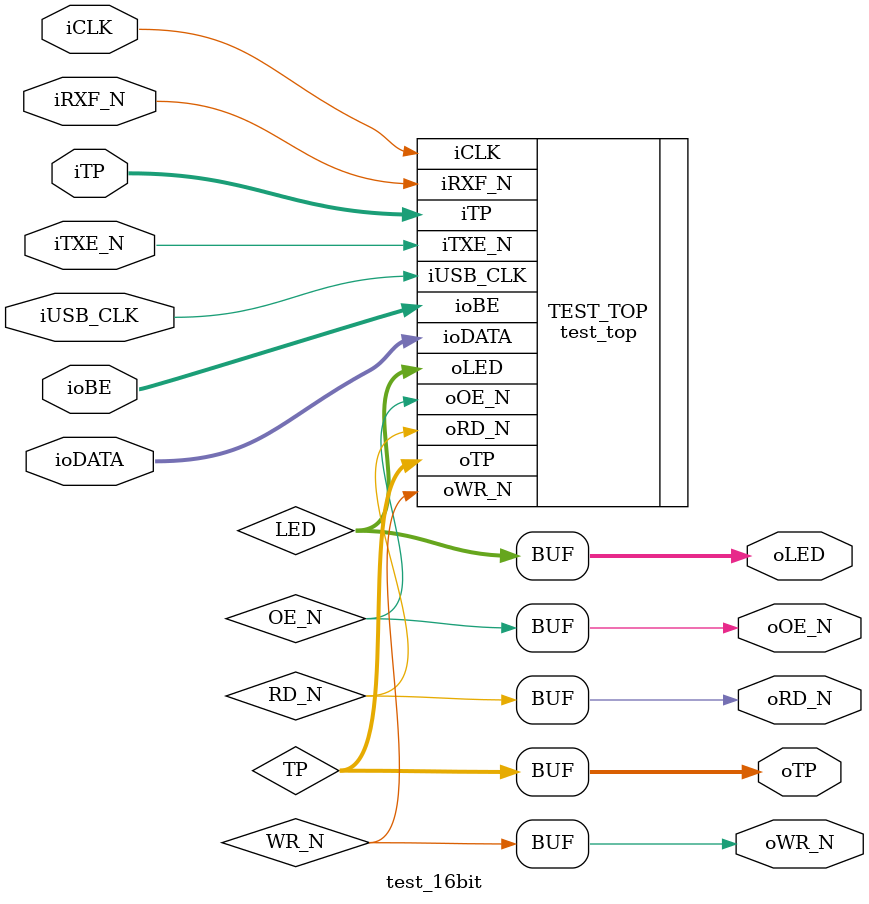
<source format=v>
`include "defines.v"

module test_16bit #(parameter D_BIT = 16, BE_BIT = 2)(
	input iCLK,
	
// for debug:
	input [1 : 0] iTP,
	output [2 : 0] oTP,
	
	output [2 : 0] oLED,
	
// FTDI600/601 interface (all signals active low):
	input iUSB_CLK,
	
	inout [D_BIT - 1 : 0] ioDATA,
	inout [BE_BIT - 1 : 0] ioBE, // byte enable

	input iTXE_N, // transmit FIFO buffer empty
	input iRXF_N,
	
	output oOE_N,
	output oRD_N,
	output oWR_N
);

wire [2 : 0] LED;
wire [2 : 0] TP;

wire OE_N;
wire RD_N;
wire WR_N;

test_top #(.D_BIT(D_BIT), .BE_BIT(BE_BIT)) TEST_TOP(
	.iCLK(iCLK),
	
	.oLED(LED),
	
	.iTP(iTP),
	.oTP(TP),
	
	.iUSB_CLK(iUSB_CLK),
	
	.ioDATA(ioDATA),
	.ioBE(ioBE),

	.iTXE_N(iTXE_N),
	.iRXF_N(iRXF_N),
	
	.oOE_N(OE_N),
	.oRD_N(RD_N),
	.oWR_N(WR_N)
);

assign oTP = TP;
assign oLED = LED;

assign oOE_N = OE_N;
assign oRD_N = RD_N;
assign oWR_N = WR_N;

endmodule 
</source>
